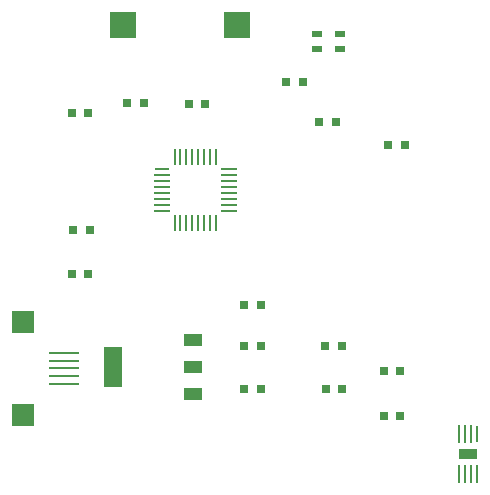
<source format=gtp>
G04*
G04 #@! TF.GenerationSoftware,Altium Limited,Altium Designer,18.1.7 (191)*
G04*
G04 Layer_Color=8421504*
%FSLAX43Y43*%
%MOMM*%
G71*
G01*
G75*
%ADD19R,1.550X1.100*%
%ADD20R,1.550X3.450*%
%ADD21R,2.200X2.200*%
%ADD22R,0.850X0.600*%
%ADD23R,0.250X1.350*%
%ADD24R,1.350X0.250*%
%ADD25O,1.350X0.250*%
%ADD26R,1.900X1.900*%
%ADD27R,2.500X0.250*%
%ADD28R,0.762X0.762*%
%ADD29R,0.250X1.500*%
%ADD30O,0.250X1.500*%
%ADD31R,1.600X0.900*%
D19*
X16583Y15254D02*
D03*
Y12954D02*
D03*
Y10654D02*
D03*
D20*
X9833Y12954D02*
D03*
D21*
X10694Y41910D02*
D03*
X20294D02*
D03*
D22*
X27117Y41163D02*
D03*
Y39863D02*
D03*
X29017D02*
D03*
Y41163D02*
D03*
D23*
X15045Y30769D02*
D03*
X15545D02*
D03*
X16045D02*
D03*
X16545D02*
D03*
X17045D02*
D03*
X17545D02*
D03*
X18045D02*
D03*
X18545D02*
D03*
Y25119D02*
D03*
X18045D02*
D03*
X17545D02*
D03*
X17045D02*
D03*
X16545D02*
D03*
X16045D02*
D03*
X15545D02*
D03*
X15045D02*
D03*
D24*
X19620Y29694D02*
D03*
Y29194D02*
D03*
Y28694D02*
D03*
Y28194D02*
D03*
Y27694D02*
D03*
Y27194D02*
D03*
Y26694D02*
D03*
Y26194D02*
D03*
X13970D02*
D03*
Y26694D02*
D03*
Y27194D02*
D03*
Y27694D02*
D03*
Y28194D02*
D03*
Y28694D02*
D03*
Y29194D02*
D03*
D25*
Y29694D02*
D03*
D26*
X2207Y8877D02*
D03*
Y16777D02*
D03*
D27*
X5667Y11527D02*
D03*
Y12177D02*
D03*
Y12827D02*
D03*
Y13477D02*
D03*
Y14127D02*
D03*
D28*
X29210Y14732D02*
D03*
X27813D02*
D03*
X27849Y11049D02*
D03*
X29224D02*
D03*
X22352D02*
D03*
X20955D02*
D03*
X22352Y14732D02*
D03*
X20955D02*
D03*
X32766Y8763D02*
D03*
X34163D02*
D03*
X32766Y12573D02*
D03*
X34163D02*
D03*
X33147Y31750D02*
D03*
X34544D02*
D03*
X20955Y18161D02*
D03*
X22352D02*
D03*
X11049Y35306D02*
D03*
X12446D02*
D03*
X16256Y35179D02*
D03*
X17653D02*
D03*
X6477Y24511D02*
D03*
X7874D02*
D03*
X7747Y20828D02*
D03*
X6350D02*
D03*
X7747Y34417D02*
D03*
X6350D02*
D03*
X28702Y33655D02*
D03*
X27305D02*
D03*
X24511Y37084D02*
D03*
X25908D02*
D03*
D29*
X39128Y3863D02*
D03*
X39628D02*
D03*
X40128D02*
D03*
X40628D02*
D03*
X40128Y7313D02*
D03*
X39628D02*
D03*
X39128D02*
D03*
D30*
X40628D02*
D03*
D31*
X39878Y5588D02*
D03*
M02*

</source>
